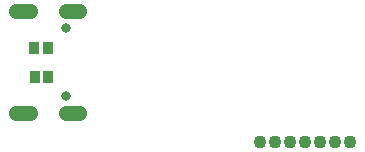
<source format=gbr>
G04 EAGLE Gerber RS-274X export*
G75*
%MOMM*%
%FSLAX34Y34*%
%LPD*%
%INSoldermask Bottom*%
%IPPOS*%
%AMOC8*
5,1,8,0,0,1.08239X$1,22.5*%
G01*
%ADD10C,1.259600*%
%ADD11C,0.801600*%
%ADD12R,0.951600X1.001600*%
%ADD13C,1.101600*%


D10*
X57860Y117500D02*
X69440Y117500D01*
X69440Y31100D02*
X57860Y31100D01*
X27640Y117500D02*
X16060Y117500D01*
X16060Y31100D02*
X27640Y31100D01*
D11*
X58350Y103200D03*
X58350Y45400D03*
D12*
X31588Y86388D03*
X43188Y86388D03*
X43300Y61250D03*
X31700Y61250D03*
D13*
X222850Y6650D03*
X235350Y6650D03*
X248250Y6550D03*
X260950Y6650D03*
X273650Y6750D03*
X286300Y6650D03*
X299100Y6650D03*
M02*

</source>
